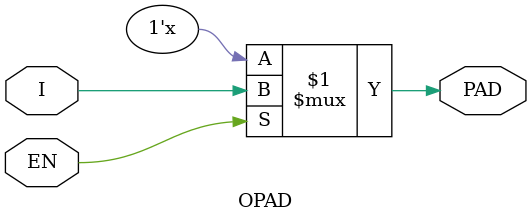
<source format=v>

module OPAD (PAD, EN, I);
parameter WIDE = 1;

output [WIDE-1:0] PAD;
input [WIDE-1:0]  I;
input             EN;

wire [WIDE-1:0] PAD = EN ? I : {WIDE{1'bZ}}; 
endmodule
</source>
